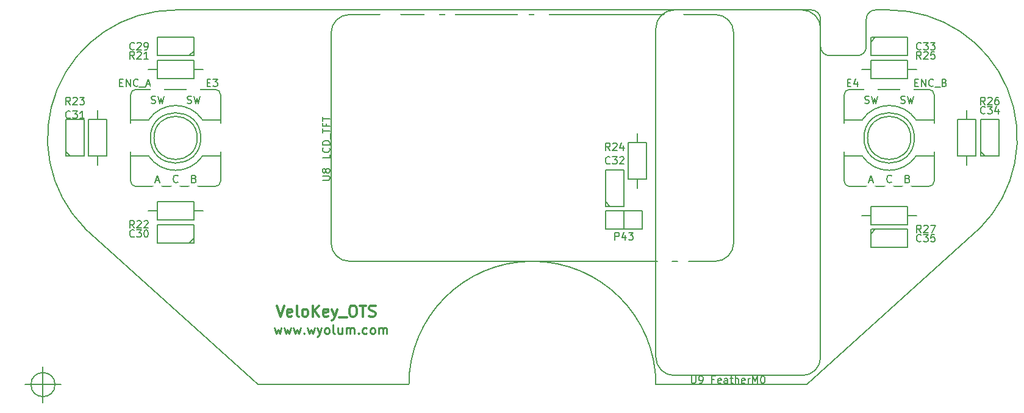
<source format=gto>
G04 #@! TF.FileFunction,Legend,Top*
%FSLAX46Y46*%
G04 Gerber Fmt 4.6, Leading zero omitted, Abs format (unit mm)*
G04 Created by KiCad (PCBNEW 4.0.1-3.201512221402+6198~38~ubuntu15.04.1-stable) date Fri Feb  5 12:20:29 2016*
%MOMM*%
G01*
G04 APERTURE LIST*
%ADD10C,0.101600*%
%ADD11C,0.152400*%
%ADD12C,0.254000*%
%ADD13C,0.304800*%
%ADD14C,0.150000*%
%ADD15O,2.432000X1.924000*%
%ADD16O,1.924000X2.432000*%
%ADD17O,1.924000X1.924000*%
%ADD18O,1.797000X1.797000*%
%ADD19C,3.810000*%
%ADD20C,4.572000*%
%ADD21R,2.432000X2.432000*%
%ADD22O,2.432000X2.432000*%
%ADD23C,1.901140*%
%ADD24C,2.398980*%
%ADD25C,1.924000*%
%ADD26C,4.100000*%
%ADD27O,2.813000X1.797000*%
%ADD28O,2.432000X1.797000*%
%ADD29C,2.400000*%
G04 APERTURE END LIST*
D10*
D11*
X1666666Y0D02*
G75*
G03X1666666Y0I-1666666J0D01*
G01*
X-2500000Y0D02*
X2500000Y0D01*
X0Y2500000D02*
X0Y-2500000D01*
D12*
X32143096Y7892143D02*
X32385000Y7045476D01*
X32626905Y7650238D01*
X32868810Y7045476D01*
X33110715Y7892143D01*
X33473572Y7892143D02*
X33715476Y7045476D01*
X33957381Y7650238D01*
X34199286Y7045476D01*
X34441191Y7892143D01*
X34804048Y7892143D02*
X35045952Y7045476D01*
X35287857Y7650238D01*
X35529762Y7045476D01*
X35771667Y7892143D01*
X36255476Y7166429D02*
X36315952Y7105952D01*
X36255476Y7045476D01*
X36195000Y7105952D01*
X36255476Y7166429D01*
X36255476Y7045476D01*
X36739286Y7892143D02*
X36981190Y7045476D01*
X37223095Y7650238D01*
X37465000Y7045476D01*
X37706905Y7892143D01*
X38069762Y7892143D02*
X38372143Y7045476D01*
X38674523Y7892143D02*
X38372143Y7045476D01*
X38251190Y6743095D01*
X38190714Y6682619D01*
X38069762Y6622143D01*
X39339762Y7045476D02*
X39218809Y7105952D01*
X39158333Y7166429D01*
X39097857Y7287381D01*
X39097857Y7650238D01*
X39158333Y7771190D01*
X39218809Y7831667D01*
X39339762Y7892143D01*
X39521190Y7892143D01*
X39642142Y7831667D01*
X39702619Y7771190D01*
X39763095Y7650238D01*
X39763095Y7287381D01*
X39702619Y7166429D01*
X39642142Y7105952D01*
X39521190Y7045476D01*
X39339762Y7045476D01*
X40488810Y7045476D02*
X40367857Y7105952D01*
X40307381Y7226905D01*
X40307381Y8315476D01*
X41516905Y7892143D02*
X41516905Y7045476D01*
X40972619Y7892143D02*
X40972619Y7226905D01*
X41033095Y7105952D01*
X41154048Y7045476D01*
X41335476Y7045476D01*
X41456428Y7105952D01*
X41516905Y7166429D01*
X42121667Y7045476D02*
X42121667Y7892143D01*
X42121667Y7771190D02*
X42182143Y7831667D01*
X42303096Y7892143D01*
X42484524Y7892143D01*
X42605476Y7831667D01*
X42665953Y7710714D01*
X42665953Y7045476D01*
X42665953Y7710714D02*
X42726429Y7831667D01*
X42847381Y7892143D01*
X43028810Y7892143D01*
X43149762Y7831667D01*
X43210238Y7710714D01*
X43210238Y7045476D01*
X43815000Y7166429D02*
X43875476Y7105952D01*
X43815000Y7045476D01*
X43754524Y7105952D01*
X43815000Y7166429D01*
X43815000Y7045476D01*
X44964048Y7105952D02*
X44843095Y7045476D01*
X44601191Y7045476D01*
X44480238Y7105952D01*
X44419762Y7166429D01*
X44359286Y7287381D01*
X44359286Y7650238D01*
X44419762Y7771190D01*
X44480238Y7831667D01*
X44601191Y7892143D01*
X44843095Y7892143D01*
X44964048Y7831667D01*
X45689762Y7045476D02*
X45568809Y7105952D01*
X45508333Y7166429D01*
X45447857Y7287381D01*
X45447857Y7650238D01*
X45508333Y7771190D01*
X45568809Y7831667D01*
X45689762Y7892143D01*
X45871190Y7892143D01*
X45992142Y7831667D01*
X46052619Y7771190D01*
X46113095Y7650238D01*
X46113095Y7287381D01*
X46052619Y7166429D01*
X45992142Y7105952D01*
X45871190Y7045476D01*
X45689762Y7045476D01*
X46657381Y7045476D02*
X46657381Y7892143D01*
X46657381Y7771190D02*
X46717857Y7831667D01*
X46838810Y7892143D01*
X47020238Y7892143D01*
X47141190Y7831667D01*
X47201667Y7710714D01*
X47201667Y7045476D01*
X47201667Y7710714D02*
X47262143Y7831667D01*
X47383095Y7892143D01*
X47564524Y7892143D01*
X47685476Y7831667D01*
X47745952Y7710714D01*
X47745952Y7045476D01*
D13*
X32439428Y10994571D02*
X32947428Y9470571D01*
X33455428Y10994571D01*
X34544000Y9543143D02*
X34398857Y9470571D01*
X34108571Y9470571D01*
X33963428Y9543143D01*
X33890857Y9688286D01*
X33890857Y10268857D01*
X33963428Y10414000D01*
X34108571Y10486571D01*
X34398857Y10486571D01*
X34544000Y10414000D01*
X34616571Y10268857D01*
X34616571Y10123714D01*
X33890857Y9978571D01*
X35487428Y9470571D02*
X35342286Y9543143D01*
X35269714Y9688286D01*
X35269714Y10994571D01*
X36285714Y9470571D02*
X36140572Y9543143D01*
X36068000Y9615714D01*
X35995429Y9760857D01*
X35995429Y10196286D01*
X36068000Y10341429D01*
X36140572Y10414000D01*
X36285714Y10486571D01*
X36503429Y10486571D01*
X36648572Y10414000D01*
X36721143Y10341429D01*
X36793714Y10196286D01*
X36793714Y9760857D01*
X36721143Y9615714D01*
X36648572Y9543143D01*
X36503429Y9470571D01*
X36285714Y9470571D01*
X37446857Y9470571D02*
X37446857Y10994571D01*
X38317714Y9470571D02*
X37664571Y10341429D01*
X38317714Y10994571D02*
X37446857Y10123714D01*
X39551429Y9543143D02*
X39406286Y9470571D01*
X39116000Y9470571D01*
X38970857Y9543143D01*
X38898286Y9688286D01*
X38898286Y10268857D01*
X38970857Y10414000D01*
X39116000Y10486571D01*
X39406286Y10486571D01*
X39551429Y10414000D01*
X39624000Y10268857D01*
X39624000Y10123714D01*
X38898286Y9978571D01*
X40132000Y10486571D02*
X40494857Y9470571D01*
X40857715Y10486571D02*
X40494857Y9470571D01*
X40349715Y9107714D01*
X40277143Y9035143D01*
X40132000Y8962571D01*
X41075429Y9325429D02*
X42236572Y9325429D01*
X42889715Y10994571D02*
X43180001Y10994571D01*
X43325143Y10922000D01*
X43470286Y10776857D01*
X43542858Y10486571D01*
X43542858Y9978571D01*
X43470286Y9688286D01*
X43325143Y9543143D01*
X43180001Y9470571D01*
X42889715Y9470571D01*
X42744572Y9543143D01*
X42599429Y9688286D01*
X42526858Y9978571D01*
X42526858Y10486571D01*
X42599429Y10776857D01*
X42744572Y10922000D01*
X42889715Y10994571D01*
X43978286Y10994571D02*
X44849143Y10994571D01*
X44413714Y9470571D02*
X44413714Y10994571D01*
X45284572Y9543143D02*
X45502286Y9470571D01*
X45865143Y9470571D01*
X46010286Y9543143D01*
X46082857Y9615714D01*
X46155429Y9760857D01*
X46155429Y9906000D01*
X46082857Y10051143D01*
X46010286Y10123714D01*
X45865143Y10196286D01*
X45574857Y10268857D01*
X45429715Y10341429D01*
X45357143Y10414000D01*
X45284572Y10559143D01*
X45284572Y10704286D01*
X45357143Y10849429D01*
X45429715Y10922000D01*
X45574857Y10994571D01*
X45937715Y10994571D01*
X46155429Y10922000D01*
D11*
X115570000Y52070000D02*
X117475000Y52070000D01*
X115570000Y52070000D02*
G75*
G03X114300000Y50800000I0J-1270000D01*
G01*
X107950000Y50800000D02*
G75*
G03X106680000Y52070000I-1270000J0D01*
G01*
X113030000Y45720000D02*
G75*
G03X114300000Y46990000I0J1270000D01*
G01*
X107950000Y46990000D02*
G75*
G03X109220000Y45720000I1270000J0D01*
G01*
X109220000Y45720000D02*
X113030000Y45720000D01*
X114300000Y46990000D02*
X114300000Y50800000D01*
X107950000Y50800000D02*
X107950000Y46990000D01*
X85090000Y0D02*
X106045000Y0D01*
X50800000Y0D02*
X29845000Y0D01*
X85090000Y0D02*
G75*
G03X67945000Y17145000I-17145000J0D01*
G01*
X67945000Y17145000D02*
G75*
G03X50800000Y0I0J-17145000D01*
G01*
X29845000Y0D02*
X5842000Y21717000D01*
X5842641Y21717641D02*
G75*
G02X18415000Y52070000I12572359J12572359D01*
G01*
X18415000Y52070000D02*
X106680000Y52070000D01*
X106045000Y0D02*
X130048000Y21717000D01*
X130047359Y21717641D02*
G75*
G03X117475000Y52070000I-12572359J12572359D01*
G01*
D14*
X80645000Y21590000D02*
X80645000Y24130000D01*
X83185000Y21590000D02*
X83185000Y24130000D01*
X83185000Y24130000D02*
X80645000Y24130000D01*
X80645000Y24130000D02*
X78105000Y24130000D01*
X78105000Y24130000D02*
X78105000Y21590000D01*
X78105000Y21590000D02*
X83185000Y21590000D01*
X114985800Y21590000D02*
X120015000Y21590000D01*
X120015000Y21590000D02*
X120015000Y19050000D01*
X120015000Y19050000D02*
X114935000Y19050000D01*
X114935000Y19050000D02*
X114935000Y21590000D01*
X114935000Y20955000D02*
X115570000Y21590000D01*
X130175000Y31800800D02*
X130175000Y36830000D01*
X130175000Y36830000D02*
X132715000Y36830000D01*
X132715000Y36830000D02*
X132715000Y31750000D01*
X132715000Y31750000D02*
X130175000Y31750000D01*
X130810000Y31750000D02*
X130175000Y32385000D01*
X114985800Y48260000D02*
X120015000Y48260000D01*
X120015000Y48260000D02*
X120015000Y45720000D01*
X120015000Y45720000D02*
X114935000Y45720000D01*
X114935000Y45720000D02*
X114935000Y48260000D01*
X114935000Y47625000D02*
X115570000Y48260000D01*
X78105000Y24815800D02*
X78105000Y29845000D01*
X78105000Y29845000D02*
X80645000Y29845000D01*
X80645000Y29845000D02*
X80645000Y24765000D01*
X80645000Y24765000D02*
X78105000Y24765000D01*
X78740000Y24765000D02*
X78105000Y25400000D01*
X3175000Y31800800D02*
X3175000Y36830000D01*
X3175000Y36830000D02*
X5715000Y36830000D01*
X5715000Y36830000D02*
X5715000Y31750000D01*
X5715000Y31750000D02*
X3175000Y31750000D01*
X3810000Y31750000D02*
X3175000Y32385000D01*
X20904200Y19685000D02*
X15875000Y19685000D01*
X15875000Y19685000D02*
X15875000Y22225000D01*
X15875000Y22225000D02*
X20955000Y22225000D01*
X20955000Y22225000D02*
X20955000Y19685000D01*
X20955000Y20320000D02*
X20320000Y19685000D01*
X20904200Y45720000D02*
X15875000Y45720000D01*
X15875000Y45720000D02*
X15875000Y48260000D01*
X15875000Y48260000D02*
X20955000Y48260000D01*
X20955000Y48260000D02*
X20955000Y45720000D01*
X20955000Y46355000D02*
X20320000Y45720000D01*
X120015000Y22225000D02*
X114935000Y22225000D01*
X114935000Y22225000D02*
X114935000Y24765000D01*
X114935000Y24765000D02*
X120015000Y24765000D01*
X120015000Y24765000D02*
X120015000Y22225000D01*
X120015000Y23495000D02*
X121285000Y23495000D01*
X114935000Y23495000D02*
X113665000Y23495000D01*
X129540000Y36830000D02*
X129540000Y31750000D01*
X129540000Y31750000D02*
X127000000Y31750000D01*
X127000000Y31750000D02*
X127000000Y36830000D01*
X127000000Y36830000D02*
X129540000Y36830000D01*
X128270000Y36830000D02*
X128270000Y38100000D01*
X128270000Y31750000D02*
X128270000Y30480000D01*
X120015000Y42545000D02*
X114935000Y42545000D01*
X114935000Y42545000D02*
X114935000Y45085000D01*
X114935000Y45085000D02*
X120015000Y45085000D01*
X120015000Y45085000D02*
X120015000Y42545000D01*
X120015000Y43815000D02*
X121285000Y43815000D01*
X114935000Y43815000D02*
X113665000Y43815000D01*
X83820000Y33655000D02*
X83820000Y28575000D01*
X83820000Y28575000D02*
X81280000Y28575000D01*
X81280000Y28575000D02*
X81280000Y33655000D01*
X81280000Y33655000D02*
X83820000Y33655000D01*
X82550000Y33655000D02*
X82550000Y34925000D01*
X82550000Y28575000D02*
X82550000Y27305000D01*
X8890000Y36830000D02*
X8890000Y31750000D01*
X8890000Y31750000D02*
X6350000Y31750000D01*
X6350000Y31750000D02*
X6350000Y36830000D01*
X6350000Y36830000D02*
X8890000Y36830000D01*
X7620000Y36830000D02*
X7620000Y38100000D01*
X7620000Y31750000D02*
X7620000Y30480000D01*
X15875000Y25400000D02*
X20955000Y25400000D01*
X20955000Y25400000D02*
X20955000Y22860000D01*
X20955000Y22860000D02*
X15875000Y22860000D01*
X15875000Y22860000D02*
X15875000Y25400000D01*
X15875000Y24130000D02*
X14605000Y24130000D01*
X20955000Y24130000D02*
X22225000Y24130000D01*
X15875000Y45085000D02*
X20955000Y45085000D01*
X20955000Y45085000D02*
X20955000Y42545000D01*
X20955000Y42545000D02*
X15875000Y42545000D01*
X15875000Y42545000D02*
X15875000Y45085000D01*
X15875000Y43815000D02*
X14605000Y43815000D01*
X20955000Y43815000D02*
X22225000Y43815000D01*
X111975000Y27540000D02*
X122975000Y27540000D01*
X123725000Y28290000D02*
X123725000Y40290000D01*
X111225000Y40290000D02*
X111225000Y28290000D01*
X122975000Y41040000D02*
X111975000Y41040000D01*
X111975000Y41040000D02*
G75*
G03X111225000Y40290000I0J-750000D01*
G01*
X111225000Y28290000D02*
G75*
G03X111975000Y27540000I750000J0D01*
G01*
X122975000Y27540000D02*
G75*
G03X123725000Y28290000I0J750000D01*
G01*
X123725000Y40290000D02*
G75*
G03X122975000Y41040000I-750000J0D01*
G01*
X121225000Y36790000D02*
X123725000Y36790000D01*
X113725000Y36790000D02*
X111225000Y36790000D01*
X113725000Y31790000D02*
X111225000Y31790000D01*
X121225000Y31790000D02*
X123725000Y31790000D01*
X113725000Y31790000D02*
G75*
G03X121225000Y31790000I3750000J2500000D01*
G01*
X121225000Y36790000D02*
G75*
G03X113725000Y36790000I-3750000J-2500000D01*
G01*
X120975000Y34290000D02*
G75*
G03X120975000Y34290000I-3500000J0D01*
G01*
X120475000Y34290000D02*
G75*
G03X120475000Y34290000I-3000000J0D01*
G01*
X12915000Y27540000D02*
X23915000Y27540000D01*
X24665000Y28290000D02*
X24665000Y40290000D01*
X12165000Y40290000D02*
X12165000Y28290000D01*
X23915000Y41040000D02*
X12915000Y41040000D01*
X12915000Y41040000D02*
G75*
G03X12165000Y40290000I0J-750000D01*
G01*
X12165000Y28290000D02*
G75*
G03X12915000Y27540000I750000J0D01*
G01*
X23915000Y27540000D02*
G75*
G03X24665000Y28290000I0J750000D01*
G01*
X24665000Y40290000D02*
G75*
G03X23915000Y41040000I-750000J0D01*
G01*
X22165000Y36790000D02*
X24665000Y36790000D01*
X14665000Y36790000D02*
X12165000Y36790000D01*
X14665000Y31790000D02*
X12165000Y31790000D01*
X22165000Y31790000D02*
X24665000Y31790000D01*
X14665000Y31790000D02*
G75*
G03X22165000Y31790000I3750000J2500000D01*
G01*
X22165000Y36790000D02*
G75*
G03X14665000Y36790000I-3750000J-2500000D01*
G01*
X21915000Y34290000D02*
G75*
G03X21915000Y34290000I-3500000J0D01*
G01*
X21415000Y34290000D02*
G75*
G03X21415000Y34290000I-3000000J0D01*
G01*
X95885000Y19685000D02*
X95885000Y48895000D01*
X42545000Y17145000D02*
X93345000Y17145000D01*
X40005000Y48895000D02*
X40005000Y19685000D01*
X93345000Y51435000D02*
X42545000Y51435000D01*
X40005000Y19685000D02*
G75*
G03X42545000Y17145000I2540000J0D01*
G01*
X93345000Y17145000D02*
G75*
G03X95885000Y19685000I0J2540000D01*
G01*
X95885000Y48895000D02*
G75*
G03X93345000Y51435000I-2540000J0D01*
G01*
X42545000Y51435000D02*
G75*
G03X40005000Y48895000I0J-2540000D01*
G01*
X87630000Y1270000D02*
X105410000Y1270000D01*
X85090000Y49530000D02*
X85090000Y3810000D01*
X105410000Y52070000D02*
X87630000Y52070000D01*
X107950000Y3810000D02*
X107950000Y49530000D01*
X107950000Y49530000D02*
G75*
G03X105410000Y52070000I-2540000J0D01*
G01*
X87630000Y52070000D02*
G75*
G03X85090000Y49530000I0J-2540000D01*
G01*
X85090000Y3810000D02*
G75*
G03X87630000Y1270000I2540000J0D01*
G01*
X105410000Y1270000D02*
G75*
G03X107950000Y3810000I0J2540000D01*
G01*
D11*
X79411286Y20114381D02*
X79411286Y21130381D01*
X79798333Y21130381D01*
X79895095Y21082000D01*
X79943476Y21033619D01*
X79991857Y20936857D01*
X79991857Y20791714D01*
X79943476Y20694952D01*
X79895095Y20646571D01*
X79798333Y20598190D01*
X79411286Y20598190D01*
X80862714Y20791714D02*
X80862714Y20114381D01*
X80620810Y21178762D02*
X80378905Y20453048D01*
X81007857Y20453048D01*
X81298143Y21130381D02*
X81927095Y21130381D01*
X81588429Y20743333D01*
X81733571Y20743333D01*
X81830333Y20694952D01*
X81878714Y20646571D01*
X81927095Y20549810D01*
X81927095Y20307905D01*
X81878714Y20211143D01*
X81830333Y20162762D01*
X81733571Y20114381D01*
X81443286Y20114381D01*
X81346524Y20162762D01*
X81298143Y20211143D01*
X121901857Y19957143D02*
X121853476Y19908762D01*
X121708333Y19860381D01*
X121611571Y19860381D01*
X121466429Y19908762D01*
X121369667Y20005524D01*
X121321286Y20102286D01*
X121272905Y20295810D01*
X121272905Y20440952D01*
X121321286Y20634476D01*
X121369667Y20731238D01*
X121466429Y20828000D01*
X121611571Y20876381D01*
X121708333Y20876381D01*
X121853476Y20828000D01*
X121901857Y20779619D01*
X122240524Y20876381D02*
X122869476Y20876381D01*
X122530810Y20489333D01*
X122675952Y20489333D01*
X122772714Y20440952D01*
X122821095Y20392571D01*
X122869476Y20295810D01*
X122869476Y20053905D01*
X122821095Y19957143D01*
X122772714Y19908762D01*
X122675952Y19860381D01*
X122385667Y19860381D01*
X122288905Y19908762D01*
X122240524Y19957143D01*
X123788714Y20876381D02*
X123304905Y20876381D01*
X123256524Y20392571D01*
X123304905Y20440952D01*
X123401667Y20489333D01*
X123643571Y20489333D01*
X123740333Y20440952D01*
X123788714Y20392571D01*
X123837095Y20295810D01*
X123837095Y20053905D01*
X123788714Y19957143D01*
X123740333Y19908762D01*
X123643571Y19860381D01*
X123401667Y19860381D01*
X123304905Y19908762D01*
X123256524Y19957143D01*
X130791857Y37737143D02*
X130743476Y37688762D01*
X130598333Y37640381D01*
X130501571Y37640381D01*
X130356429Y37688762D01*
X130259667Y37785524D01*
X130211286Y37882286D01*
X130162905Y38075810D01*
X130162905Y38220952D01*
X130211286Y38414476D01*
X130259667Y38511238D01*
X130356429Y38608000D01*
X130501571Y38656381D01*
X130598333Y38656381D01*
X130743476Y38608000D01*
X130791857Y38559619D01*
X131130524Y38656381D02*
X131759476Y38656381D01*
X131420810Y38269333D01*
X131565952Y38269333D01*
X131662714Y38220952D01*
X131711095Y38172571D01*
X131759476Y38075810D01*
X131759476Y37833905D01*
X131711095Y37737143D01*
X131662714Y37688762D01*
X131565952Y37640381D01*
X131275667Y37640381D01*
X131178905Y37688762D01*
X131130524Y37737143D01*
X132630333Y38317714D02*
X132630333Y37640381D01*
X132388429Y38704762D02*
X132146524Y37979048D01*
X132775476Y37979048D01*
X121901857Y46627143D02*
X121853476Y46578762D01*
X121708333Y46530381D01*
X121611571Y46530381D01*
X121466429Y46578762D01*
X121369667Y46675524D01*
X121321286Y46772286D01*
X121272905Y46965810D01*
X121272905Y47110952D01*
X121321286Y47304476D01*
X121369667Y47401238D01*
X121466429Y47498000D01*
X121611571Y47546381D01*
X121708333Y47546381D01*
X121853476Y47498000D01*
X121901857Y47449619D01*
X122240524Y47546381D02*
X122869476Y47546381D01*
X122530810Y47159333D01*
X122675952Y47159333D01*
X122772714Y47110952D01*
X122821095Y47062571D01*
X122869476Y46965810D01*
X122869476Y46723905D01*
X122821095Y46627143D01*
X122772714Y46578762D01*
X122675952Y46530381D01*
X122385667Y46530381D01*
X122288905Y46578762D01*
X122240524Y46627143D01*
X123208143Y47546381D02*
X123837095Y47546381D01*
X123498429Y47159333D01*
X123643571Y47159333D01*
X123740333Y47110952D01*
X123788714Y47062571D01*
X123837095Y46965810D01*
X123837095Y46723905D01*
X123788714Y46627143D01*
X123740333Y46578762D01*
X123643571Y46530381D01*
X123353286Y46530381D01*
X123256524Y46578762D01*
X123208143Y46627143D01*
X78721857Y30752143D02*
X78673476Y30703762D01*
X78528333Y30655381D01*
X78431571Y30655381D01*
X78286429Y30703762D01*
X78189667Y30800524D01*
X78141286Y30897286D01*
X78092905Y31090810D01*
X78092905Y31235952D01*
X78141286Y31429476D01*
X78189667Y31526238D01*
X78286429Y31623000D01*
X78431571Y31671381D01*
X78528333Y31671381D01*
X78673476Y31623000D01*
X78721857Y31574619D01*
X79060524Y31671381D02*
X79689476Y31671381D01*
X79350810Y31284333D01*
X79495952Y31284333D01*
X79592714Y31235952D01*
X79641095Y31187571D01*
X79689476Y31090810D01*
X79689476Y30848905D01*
X79641095Y30752143D01*
X79592714Y30703762D01*
X79495952Y30655381D01*
X79205667Y30655381D01*
X79108905Y30703762D01*
X79060524Y30752143D01*
X80076524Y31574619D02*
X80124905Y31623000D01*
X80221667Y31671381D01*
X80463571Y31671381D01*
X80560333Y31623000D01*
X80608714Y31574619D01*
X80657095Y31477857D01*
X80657095Y31381095D01*
X80608714Y31235952D01*
X80028143Y30655381D01*
X80657095Y30655381D01*
X3791857Y37102143D02*
X3743476Y37053762D01*
X3598333Y37005381D01*
X3501571Y37005381D01*
X3356429Y37053762D01*
X3259667Y37150524D01*
X3211286Y37247286D01*
X3162905Y37440810D01*
X3162905Y37585952D01*
X3211286Y37779476D01*
X3259667Y37876238D01*
X3356429Y37973000D01*
X3501571Y38021381D01*
X3598333Y38021381D01*
X3743476Y37973000D01*
X3791857Y37924619D01*
X4130524Y38021381D02*
X4759476Y38021381D01*
X4420810Y37634333D01*
X4565952Y37634333D01*
X4662714Y37585952D01*
X4711095Y37537571D01*
X4759476Y37440810D01*
X4759476Y37198905D01*
X4711095Y37102143D01*
X4662714Y37053762D01*
X4565952Y37005381D01*
X4275667Y37005381D01*
X4178905Y37053762D01*
X4130524Y37102143D01*
X5727095Y37005381D02*
X5146524Y37005381D01*
X5436810Y37005381D02*
X5436810Y38021381D01*
X5340048Y37876238D01*
X5243286Y37779476D01*
X5146524Y37731095D01*
X12681857Y20592143D02*
X12633476Y20543762D01*
X12488333Y20495381D01*
X12391571Y20495381D01*
X12246429Y20543762D01*
X12149667Y20640524D01*
X12101286Y20737286D01*
X12052905Y20930810D01*
X12052905Y21075952D01*
X12101286Y21269476D01*
X12149667Y21366238D01*
X12246429Y21463000D01*
X12391571Y21511381D01*
X12488333Y21511381D01*
X12633476Y21463000D01*
X12681857Y21414619D01*
X13020524Y21511381D02*
X13649476Y21511381D01*
X13310810Y21124333D01*
X13455952Y21124333D01*
X13552714Y21075952D01*
X13601095Y21027571D01*
X13649476Y20930810D01*
X13649476Y20688905D01*
X13601095Y20592143D01*
X13552714Y20543762D01*
X13455952Y20495381D01*
X13165667Y20495381D01*
X13068905Y20543762D01*
X13020524Y20592143D01*
X14278429Y21511381D02*
X14375190Y21511381D01*
X14471952Y21463000D01*
X14520333Y21414619D01*
X14568714Y21317857D01*
X14617095Y21124333D01*
X14617095Y20882429D01*
X14568714Y20688905D01*
X14520333Y20592143D01*
X14471952Y20543762D01*
X14375190Y20495381D01*
X14278429Y20495381D01*
X14181667Y20543762D01*
X14133286Y20592143D01*
X14084905Y20688905D01*
X14036524Y20882429D01*
X14036524Y21124333D01*
X14084905Y21317857D01*
X14133286Y21414619D01*
X14181667Y21463000D01*
X14278429Y21511381D01*
X12681857Y46627143D02*
X12633476Y46578762D01*
X12488333Y46530381D01*
X12391571Y46530381D01*
X12246429Y46578762D01*
X12149667Y46675524D01*
X12101286Y46772286D01*
X12052905Y46965810D01*
X12052905Y47110952D01*
X12101286Y47304476D01*
X12149667Y47401238D01*
X12246429Y47498000D01*
X12391571Y47546381D01*
X12488333Y47546381D01*
X12633476Y47498000D01*
X12681857Y47449619D01*
X13068905Y47449619D02*
X13117286Y47498000D01*
X13214048Y47546381D01*
X13455952Y47546381D01*
X13552714Y47498000D01*
X13601095Y47449619D01*
X13649476Y47352857D01*
X13649476Y47256095D01*
X13601095Y47110952D01*
X13020524Y46530381D01*
X13649476Y46530381D01*
X14133286Y46530381D02*
X14326810Y46530381D01*
X14423571Y46578762D01*
X14471952Y46627143D01*
X14568714Y46772286D01*
X14617095Y46965810D01*
X14617095Y47352857D01*
X14568714Y47449619D01*
X14520333Y47498000D01*
X14423571Y47546381D01*
X14230048Y47546381D01*
X14133286Y47498000D01*
X14084905Y47449619D01*
X14036524Y47352857D01*
X14036524Y47110952D01*
X14084905Y47014190D01*
X14133286Y46965810D01*
X14230048Y46917429D01*
X14423571Y46917429D01*
X14520333Y46965810D01*
X14568714Y47014190D01*
X14617095Y47110952D01*
X121901857Y21130381D02*
X121563191Y21614190D01*
X121321286Y21130381D02*
X121321286Y22146381D01*
X121708333Y22146381D01*
X121805095Y22098000D01*
X121853476Y22049619D01*
X121901857Y21952857D01*
X121901857Y21807714D01*
X121853476Y21710952D01*
X121805095Y21662571D01*
X121708333Y21614190D01*
X121321286Y21614190D01*
X122288905Y22049619D02*
X122337286Y22098000D01*
X122434048Y22146381D01*
X122675952Y22146381D01*
X122772714Y22098000D01*
X122821095Y22049619D01*
X122869476Y21952857D01*
X122869476Y21856095D01*
X122821095Y21710952D01*
X122240524Y21130381D01*
X122869476Y21130381D01*
X123208143Y22146381D02*
X123885476Y22146381D01*
X123450048Y21130381D01*
X130791857Y38910381D02*
X130453191Y39394190D01*
X130211286Y38910381D02*
X130211286Y39926381D01*
X130598333Y39926381D01*
X130695095Y39878000D01*
X130743476Y39829619D01*
X130791857Y39732857D01*
X130791857Y39587714D01*
X130743476Y39490952D01*
X130695095Y39442571D01*
X130598333Y39394190D01*
X130211286Y39394190D01*
X131178905Y39829619D02*
X131227286Y39878000D01*
X131324048Y39926381D01*
X131565952Y39926381D01*
X131662714Y39878000D01*
X131711095Y39829619D01*
X131759476Y39732857D01*
X131759476Y39636095D01*
X131711095Y39490952D01*
X131130524Y38910381D01*
X131759476Y38910381D01*
X132630333Y39926381D02*
X132436810Y39926381D01*
X132340048Y39878000D01*
X132291667Y39829619D01*
X132194905Y39684476D01*
X132146524Y39490952D01*
X132146524Y39103905D01*
X132194905Y39007143D01*
X132243286Y38958762D01*
X132340048Y38910381D01*
X132533571Y38910381D01*
X132630333Y38958762D01*
X132678714Y39007143D01*
X132727095Y39103905D01*
X132727095Y39345810D01*
X132678714Y39442571D01*
X132630333Y39490952D01*
X132533571Y39539333D01*
X132340048Y39539333D01*
X132243286Y39490952D01*
X132194905Y39442571D01*
X132146524Y39345810D01*
X121901857Y45260381D02*
X121563191Y45744190D01*
X121321286Y45260381D02*
X121321286Y46276381D01*
X121708333Y46276381D01*
X121805095Y46228000D01*
X121853476Y46179619D01*
X121901857Y46082857D01*
X121901857Y45937714D01*
X121853476Y45840952D01*
X121805095Y45792571D01*
X121708333Y45744190D01*
X121321286Y45744190D01*
X122288905Y46179619D02*
X122337286Y46228000D01*
X122434048Y46276381D01*
X122675952Y46276381D01*
X122772714Y46228000D01*
X122821095Y46179619D01*
X122869476Y46082857D01*
X122869476Y45986095D01*
X122821095Y45840952D01*
X122240524Y45260381D01*
X122869476Y45260381D01*
X123788714Y46276381D02*
X123304905Y46276381D01*
X123256524Y45792571D01*
X123304905Y45840952D01*
X123401667Y45889333D01*
X123643571Y45889333D01*
X123740333Y45840952D01*
X123788714Y45792571D01*
X123837095Y45695810D01*
X123837095Y45453905D01*
X123788714Y45357143D01*
X123740333Y45308762D01*
X123643571Y45260381D01*
X123401667Y45260381D01*
X123304905Y45308762D01*
X123256524Y45357143D01*
X78721857Y32560381D02*
X78383191Y33044190D01*
X78141286Y32560381D02*
X78141286Y33576381D01*
X78528333Y33576381D01*
X78625095Y33528000D01*
X78673476Y33479619D01*
X78721857Y33382857D01*
X78721857Y33237714D01*
X78673476Y33140952D01*
X78625095Y33092571D01*
X78528333Y33044190D01*
X78141286Y33044190D01*
X79108905Y33479619D02*
X79157286Y33528000D01*
X79254048Y33576381D01*
X79495952Y33576381D01*
X79592714Y33528000D01*
X79641095Y33479619D01*
X79689476Y33382857D01*
X79689476Y33286095D01*
X79641095Y33140952D01*
X79060524Y32560381D01*
X79689476Y32560381D01*
X80560333Y33237714D02*
X80560333Y32560381D01*
X80318429Y33624762D02*
X80076524Y32899048D01*
X80705476Y32899048D01*
X3791857Y38910381D02*
X3453191Y39394190D01*
X3211286Y38910381D02*
X3211286Y39926381D01*
X3598333Y39926381D01*
X3695095Y39878000D01*
X3743476Y39829619D01*
X3791857Y39732857D01*
X3791857Y39587714D01*
X3743476Y39490952D01*
X3695095Y39442571D01*
X3598333Y39394190D01*
X3211286Y39394190D01*
X4178905Y39829619D02*
X4227286Y39878000D01*
X4324048Y39926381D01*
X4565952Y39926381D01*
X4662714Y39878000D01*
X4711095Y39829619D01*
X4759476Y39732857D01*
X4759476Y39636095D01*
X4711095Y39490952D01*
X4130524Y38910381D01*
X4759476Y38910381D01*
X5098143Y39926381D02*
X5727095Y39926381D01*
X5388429Y39539333D01*
X5533571Y39539333D01*
X5630333Y39490952D01*
X5678714Y39442571D01*
X5727095Y39345810D01*
X5727095Y39103905D01*
X5678714Y39007143D01*
X5630333Y38958762D01*
X5533571Y38910381D01*
X5243286Y38910381D01*
X5146524Y38958762D01*
X5098143Y39007143D01*
X12681857Y21765381D02*
X12343191Y22249190D01*
X12101286Y21765381D02*
X12101286Y22781381D01*
X12488333Y22781381D01*
X12585095Y22733000D01*
X12633476Y22684619D01*
X12681857Y22587857D01*
X12681857Y22442714D01*
X12633476Y22345952D01*
X12585095Y22297571D01*
X12488333Y22249190D01*
X12101286Y22249190D01*
X13068905Y22684619D02*
X13117286Y22733000D01*
X13214048Y22781381D01*
X13455952Y22781381D01*
X13552714Y22733000D01*
X13601095Y22684619D01*
X13649476Y22587857D01*
X13649476Y22491095D01*
X13601095Y22345952D01*
X13020524Y21765381D01*
X13649476Y21765381D01*
X14036524Y22684619D02*
X14084905Y22733000D01*
X14181667Y22781381D01*
X14423571Y22781381D01*
X14520333Y22733000D01*
X14568714Y22684619D01*
X14617095Y22587857D01*
X14617095Y22491095D01*
X14568714Y22345952D01*
X13988143Y21765381D01*
X14617095Y21765381D01*
X12681857Y45260381D02*
X12343191Y45744190D01*
X12101286Y45260381D02*
X12101286Y46276381D01*
X12488333Y46276381D01*
X12585095Y46228000D01*
X12633476Y46179619D01*
X12681857Y46082857D01*
X12681857Y45937714D01*
X12633476Y45840952D01*
X12585095Y45792571D01*
X12488333Y45744190D01*
X12101286Y45744190D01*
X13068905Y46179619D02*
X13117286Y46228000D01*
X13214048Y46276381D01*
X13455952Y46276381D01*
X13552714Y46228000D01*
X13601095Y46179619D01*
X13649476Y46082857D01*
X13649476Y45986095D01*
X13601095Y45840952D01*
X13020524Y45260381D01*
X13649476Y45260381D01*
X14617095Y45260381D02*
X14036524Y45260381D01*
X14326810Y45260381D02*
X14326810Y46276381D01*
X14230048Y46131238D01*
X14133286Y46034476D01*
X14036524Y45986095D01*
X111693477Y41982571D02*
X112032143Y41982571D01*
X112177286Y41450381D02*
X111693477Y41450381D01*
X111693477Y42466381D01*
X112177286Y42466381D01*
X113048143Y42127714D02*
X113048143Y41450381D01*
X112806239Y42514762D02*
X112564334Y41789048D01*
X113193286Y41789048D01*
X121037048Y41982571D02*
X121375714Y41982571D01*
X121520857Y41450381D02*
X121037048Y41450381D01*
X121037048Y42466381D01*
X121520857Y42466381D01*
X121956286Y41450381D02*
X121956286Y42466381D01*
X122536857Y41450381D01*
X122536857Y42466381D01*
X123601238Y41547143D02*
X123552857Y41498762D01*
X123407714Y41450381D01*
X123310952Y41450381D01*
X123165810Y41498762D01*
X123069048Y41595524D01*
X123020667Y41692286D01*
X122972286Y41885810D01*
X122972286Y42030952D01*
X123020667Y42224476D01*
X123069048Y42321238D01*
X123165810Y42418000D01*
X123310952Y42466381D01*
X123407714Y42466381D01*
X123552857Y42418000D01*
X123601238Y42369619D01*
X123794762Y41353619D02*
X124568857Y41353619D01*
X125149428Y41982571D02*
X125294571Y41934190D01*
X125342952Y41885810D01*
X125391333Y41789048D01*
X125391333Y41643905D01*
X125342952Y41547143D01*
X125294571Y41498762D01*
X125197809Y41450381D01*
X124810762Y41450381D01*
X124810762Y42466381D01*
X125149428Y42466381D01*
X125246190Y42418000D01*
X125294571Y42369619D01*
X125342952Y42272857D01*
X125342952Y42176095D01*
X125294571Y42079333D01*
X125246190Y42030952D01*
X125149428Y41982571D01*
X124810762Y41982571D01*
X117789476Y28177143D02*
X117741095Y28128762D01*
X117595952Y28080381D01*
X117499190Y28080381D01*
X117354048Y28128762D01*
X117257286Y28225524D01*
X117208905Y28322286D01*
X117160524Y28515810D01*
X117160524Y28660952D01*
X117208905Y28854476D01*
X117257286Y28951238D01*
X117354048Y29048000D01*
X117499190Y29096381D01*
X117595952Y29096381D01*
X117741095Y29048000D01*
X117789476Y28999619D01*
X114733096Y28370667D02*
X115216905Y28370667D01*
X114636334Y28080381D02*
X114975001Y29096381D01*
X115313667Y28080381D01*
X120047571Y28612571D02*
X120192714Y28564190D01*
X120241095Y28515810D01*
X120289476Y28419048D01*
X120289476Y28273905D01*
X120241095Y28177143D01*
X120192714Y28128762D01*
X120095952Y28080381D01*
X119708905Y28080381D01*
X119708905Y29096381D01*
X120047571Y29096381D01*
X120144333Y29048000D01*
X120192714Y28999619D01*
X120241095Y28902857D01*
X120241095Y28806095D01*
X120192714Y28709333D01*
X120144333Y28660952D01*
X120047571Y28612571D01*
X119708905Y28612571D01*
X114104143Y39128762D02*
X114249286Y39080381D01*
X114491190Y39080381D01*
X114587952Y39128762D01*
X114636333Y39177143D01*
X114684714Y39273905D01*
X114684714Y39370667D01*
X114636333Y39467429D01*
X114587952Y39515810D01*
X114491190Y39564190D01*
X114297667Y39612571D01*
X114200905Y39660952D01*
X114152524Y39709333D01*
X114104143Y39806095D01*
X114104143Y39902857D01*
X114152524Y39999619D01*
X114200905Y40048000D01*
X114297667Y40096381D01*
X114539571Y40096381D01*
X114684714Y40048000D01*
X115023381Y40096381D02*
X115265286Y39080381D01*
X115458809Y39806095D01*
X115652333Y39080381D01*
X115894238Y40096381D01*
X119104143Y39128762D02*
X119249286Y39080381D01*
X119491190Y39080381D01*
X119587952Y39128762D01*
X119636333Y39177143D01*
X119684714Y39273905D01*
X119684714Y39370667D01*
X119636333Y39467429D01*
X119587952Y39515810D01*
X119491190Y39564190D01*
X119297667Y39612571D01*
X119200905Y39660952D01*
X119152524Y39709333D01*
X119104143Y39806095D01*
X119104143Y39902857D01*
X119152524Y39999619D01*
X119200905Y40048000D01*
X119297667Y40096381D01*
X119539571Y40096381D01*
X119684714Y40048000D01*
X120023381Y40096381D02*
X120265286Y39080381D01*
X120458809Y39806095D01*
X120652333Y39080381D01*
X120894238Y40096381D01*
X22793477Y41982571D02*
X23132143Y41982571D01*
X23277286Y41450381D02*
X22793477Y41450381D01*
X22793477Y42466381D01*
X23277286Y42466381D01*
X23615953Y42466381D02*
X24244905Y42466381D01*
X23906239Y42079333D01*
X24051381Y42079333D01*
X24148143Y42030952D01*
X24196524Y41982571D01*
X24244905Y41885810D01*
X24244905Y41643905D01*
X24196524Y41547143D01*
X24148143Y41498762D01*
X24051381Y41450381D01*
X23761096Y41450381D01*
X23664334Y41498762D01*
X23615953Y41547143D01*
X10619620Y41982571D02*
X10958286Y41982571D01*
X11103429Y41450381D02*
X10619620Y41450381D01*
X10619620Y42466381D01*
X11103429Y42466381D01*
X11538858Y41450381D02*
X11538858Y42466381D01*
X12119429Y41450381D01*
X12119429Y42466381D01*
X13183810Y41547143D02*
X13135429Y41498762D01*
X12990286Y41450381D01*
X12893524Y41450381D01*
X12748382Y41498762D01*
X12651620Y41595524D01*
X12603239Y41692286D01*
X12554858Y41885810D01*
X12554858Y42030952D01*
X12603239Y42224476D01*
X12651620Y42321238D01*
X12748382Y42418000D01*
X12893524Y42466381D01*
X12990286Y42466381D01*
X13135429Y42418000D01*
X13183810Y42369619D01*
X13377334Y41353619D02*
X14151429Y41353619D01*
X14344953Y41740667D02*
X14828762Y41740667D01*
X14248191Y41450381D02*
X14586858Y42466381D01*
X14925524Y41450381D01*
X18729476Y28177143D02*
X18681095Y28128762D01*
X18535952Y28080381D01*
X18439190Y28080381D01*
X18294048Y28128762D01*
X18197286Y28225524D01*
X18148905Y28322286D01*
X18100524Y28515810D01*
X18100524Y28660952D01*
X18148905Y28854476D01*
X18197286Y28951238D01*
X18294048Y29048000D01*
X18439190Y29096381D01*
X18535952Y29096381D01*
X18681095Y29048000D01*
X18729476Y28999619D01*
X15673096Y28370667D02*
X16156905Y28370667D01*
X15576334Y28080381D02*
X15915001Y29096381D01*
X16253667Y28080381D01*
X20987571Y28612571D02*
X21132714Y28564190D01*
X21181095Y28515810D01*
X21229476Y28419048D01*
X21229476Y28273905D01*
X21181095Y28177143D01*
X21132714Y28128762D01*
X21035952Y28080381D01*
X20648905Y28080381D01*
X20648905Y29096381D01*
X20987571Y29096381D01*
X21084333Y29048000D01*
X21132714Y28999619D01*
X21181095Y28902857D01*
X21181095Y28806095D01*
X21132714Y28709333D01*
X21084333Y28660952D01*
X20987571Y28612571D01*
X20648905Y28612571D01*
X15044143Y39128762D02*
X15189286Y39080381D01*
X15431190Y39080381D01*
X15527952Y39128762D01*
X15576333Y39177143D01*
X15624714Y39273905D01*
X15624714Y39370667D01*
X15576333Y39467429D01*
X15527952Y39515810D01*
X15431190Y39564190D01*
X15237667Y39612571D01*
X15140905Y39660952D01*
X15092524Y39709333D01*
X15044143Y39806095D01*
X15044143Y39902857D01*
X15092524Y39999619D01*
X15140905Y40048000D01*
X15237667Y40096381D01*
X15479571Y40096381D01*
X15624714Y40048000D01*
X15963381Y40096381D02*
X16205286Y39080381D01*
X16398809Y39806095D01*
X16592333Y39080381D01*
X16834238Y40096381D01*
X20044143Y39128762D02*
X20189286Y39080381D01*
X20431190Y39080381D01*
X20527952Y39128762D01*
X20576333Y39177143D01*
X20624714Y39273905D01*
X20624714Y39370667D01*
X20576333Y39467429D01*
X20527952Y39515810D01*
X20431190Y39564190D01*
X20237667Y39612571D01*
X20140905Y39660952D01*
X20092524Y39709333D01*
X20044143Y39806095D01*
X20044143Y39902857D01*
X20092524Y39999619D01*
X20140905Y40048000D01*
X20237667Y40096381D01*
X20479571Y40096381D01*
X20624714Y40048000D01*
X20963381Y40096381D02*
X21205286Y39080381D01*
X21398809Y39806095D01*
X21592333Y39080381D01*
X21834238Y40096381D01*
X38813619Y28435905D02*
X39636095Y28435905D01*
X39732857Y28484286D01*
X39781238Y28532667D01*
X39829619Y28629429D01*
X39829619Y28822952D01*
X39781238Y28919714D01*
X39732857Y28968095D01*
X39636095Y29016476D01*
X38813619Y29016476D01*
X39249048Y29645429D02*
X39200667Y29548667D01*
X39152286Y29500286D01*
X39055524Y29451905D01*
X39007143Y29451905D01*
X38910381Y29500286D01*
X38862000Y29548667D01*
X38813619Y29645429D01*
X38813619Y29838952D01*
X38862000Y29935714D01*
X38910381Y29984095D01*
X39007143Y30032476D01*
X39055524Y30032476D01*
X39152286Y29984095D01*
X39200667Y29935714D01*
X39249048Y29838952D01*
X39249048Y29645429D01*
X39297429Y29548667D01*
X39345810Y29500286D01*
X39442571Y29451905D01*
X39636095Y29451905D01*
X39732857Y29500286D01*
X39781238Y29548667D01*
X39829619Y29645429D01*
X39829619Y29838952D01*
X39781238Y29935714D01*
X39732857Y29984095D01*
X39636095Y30032476D01*
X39442571Y30032476D01*
X39345810Y29984095D01*
X39297429Y29935714D01*
X39249048Y29838952D01*
X39829619Y31991905D02*
X39829619Y31508096D01*
X38813619Y31508096D01*
X39732857Y32911143D02*
X39781238Y32862762D01*
X39829619Y32717619D01*
X39829619Y32620857D01*
X39781238Y32475715D01*
X39684476Y32378953D01*
X39587714Y32330572D01*
X39394190Y32282191D01*
X39249048Y32282191D01*
X39055524Y32330572D01*
X38958762Y32378953D01*
X38862000Y32475715D01*
X38813619Y32620857D01*
X38813619Y32717619D01*
X38862000Y32862762D01*
X38910381Y32911143D01*
X39829619Y33346572D02*
X38813619Y33346572D01*
X38813619Y33588477D01*
X38862000Y33733619D01*
X38958762Y33830381D01*
X39055524Y33878762D01*
X39249048Y33927143D01*
X39394190Y33927143D01*
X39587714Y33878762D01*
X39684476Y33830381D01*
X39781238Y33733619D01*
X39829619Y33588477D01*
X39829619Y33346572D01*
X39926381Y34120667D02*
X39926381Y34894762D01*
X38813619Y34991524D02*
X38813619Y35572095D01*
X39829619Y35281810D02*
X38813619Y35281810D01*
X39297429Y36249428D02*
X39297429Y35910762D01*
X39829619Y35910762D02*
X38813619Y35910762D01*
X38813619Y36394571D01*
X38813619Y36636476D02*
X38813619Y37217047D01*
X39829619Y36926762D02*
X38813619Y36926762D01*
X90030905Y1191381D02*
X90030905Y368905D01*
X90079286Y272143D01*
X90127667Y223762D01*
X90224429Y175381D01*
X90417952Y175381D01*
X90514714Y223762D01*
X90563095Y272143D01*
X90611476Y368905D01*
X90611476Y1191381D01*
X91143667Y175381D02*
X91337191Y175381D01*
X91433952Y223762D01*
X91482333Y272143D01*
X91579095Y417286D01*
X91627476Y610810D01*
X91627476Y997857D01*
X91579095Y1094619D01*
X91530714Y1143000D01*
X91433952Y1191381D01*
X91240429Y1191381D01*
X91143667Y1143000D01*
X91095286Y1094619D01*
X91046905Y997857D01*
X91046905Y755952D01*
X91095286Y659190D01*
X91143667Y610810D01*
X91240429Y562429D01*
X91433952Y562429D01*
X91530714Y610810D01*
X91579095Y659190D01*
X91627476Y755952D01*
X93205905Y707571D02*
X92867239Y707571D01*
X92867239Y175381D02*
X92867239Y1191381D01*
X93351048Y1191381D01*
X94125143Y223762D02*
X94028381Y175381D01*
X93834858Y175381D01*
X93738096Y223762D01*
X93689715Y320524D01*
X93689715Y707571D01*
X93738096Y804333D01*
X93834858Y852714D01*
X94028381Y852714D01*
X94125143Y804333D01*
X94173524Y707571D01*
X94173524Y610810D01*
X93689715Y514048D01*
X95044381Y175381D02*
X95044381Y707571D01*
X94996000Y804333D01*
X94899238Y852714D01*
X94705715Y852714D01*
X94608953Y804333D01*
X95044381Y223762D02*
X94947619Y175381D01*
X94705715Y175381D01*
X94608953Y223762D01*
X94560572Y320524D01*
X94560572Y417286D01*
X94608953Y514048D01*
X94705715Y562429D01*
X94947619Y562429D01*
X95044381Y610810D01*
X95383048Y852714D02*
X95770096Y852714D01*
X95528191Y1191381D02*
X95528191Y320524D01*
X95576572Y223762D01*
X95673334Y175381D01*
X95770096Y175381D01*
X96108762Y175381D02*
X96108762Y1191381D01*
X96544190Y175381D02*
X96544190Y707571D01*
X96495809Y804333D01*
X96399047Y852714D01*
X96253905Y852714D01*
X96157143Y804333D01*
X96108762Y755952D01*
X97415047Y223762D02*
X97318285Y175381D01*
X97124762Y175381D01*
X97028000Y223762D01*
X96979619Y320524D01*
X96979619Y707571D01*
X97028000Y804333D01*
X97124762Y852714D01*
X97318285Y852714D01*
X97415047Y804333D01*
X97463428Y707571D01*
X97463428Y610810D01*
X96979619Y514048D01*
X97898857Y175381D02*
X97898857Y852714D01*
X97898857Y659190D02*
X97947238Y755952D01*
X97995619Y804333D01*
X98092381Y852714D01*
X98189142Y852714D01*
X98527809Y175381D02*
X98527809Y1191381D01*
X98866475Y465667D01*
X99205142Y1191381D01*
X99205142Y175381D01*
X99882476Y1191381D02*
X99979237Y1191381D01*
X100075999Y1143000D01*
X100124380Y1094619D01*
X100172761Y997857D01*
X100221142Y804333D01*
X100221142Y562429D01*
X100172761Y368905D01*
X100124380Y272143D01*
X100075999Y223762D01*
X99979237Y175381D01*
X99882476Y175381D01*
X99785714Y223762D01*
X99737333Y272143D01*
X99688952Y368905D01*
X99640571Y562429D01*
X99640571Y804333D01*
X99688952Y997857D01*
X99737333Y1094619D01*
X99785714Y1143000D01*
X99882476Y1191381D01*
%LPC*%
D15*
X69215000Y50800000D03*
X69215000Y48260000D03*
X69215000Y45720000D03*
X69215000Y43180000D03*
X69215000Y40640000D03*
X69215000Y38100000D03*
X69215000Y35560000D03*
X69215000Y33020000D03*
X69215000Y30480000D03*
X69215000Y27940000D03*
X69215000Y25400000D03*
X69215000Y22860000D03*
D16*
X67945000Y20320000D03*
X65405000Y20320000D03*
X62865000Y20320000D03*
X60325000Y20320000D03*
X57785000Y20320000D03*
X55245000Y20320000D03*
D15*
X53975000Y22860001D03*
X53975000Y25400000D03*
X53975000Y27940000D03*
X53975000Y30480000D03*
X53975000Y33020000D03*
X53975000Y35560000D03*
X53975000Y38100000D03*
X53975000Y40640000D03*
X53975000Y43180000D03*
X53975000Y45720000D03*
X53975000Y48260000D03*
X53975000Y50800000D03*
D17*
X66675000Y50800000D03*
X66675000Y48260000D03*
X66675000Y45720000D03*
X66675000Y43180000D03*
X66675000Y40640000D03*
X66675000Y38100000D03*
X66675000Y35560000D03*
X66675000Y33020000D03*
X66675000Y30480000D03*
X66675000Y27940000D03*
X66675000Y25400000D03*
X71755000Y22860000D03*
X70485000Y20320000D03*
X65405000Y22860000D03*
X62865000Y22860000D03*
X60325000Y22860000D03*
X57785000Y22860000D03*
X52705000Y20320000D03*
X51435000Y22860000D03*
X56515000Y25400000D03*
X56515000Y27940000D03*
X56515000Y30480000D03*
X56515000Y33020000D03*
X56515000Y35560000D03*
X56515000Y38100000D03*
X56515000Y40640000D03*
X56515000Y43180000D03*
X56515000Y45720000D03*
D18*
X56515000Y48260000D03*
X56515000Y50800000D03*
D15*
X48895000Y46355000D03*
X48895000Y43815000D03*
X48895000Y41275000D03*
X48895000Y38735000D03*
X48895000Y36195000D03*
X48895000Y33655000D03*
X48895000Y31115000D03*
X48895000Y28575000D03*
X48895000Y26035000D03*
X48895000Y23495000D03*
X48895000Y20955000D03*
X48895000Y18415000D03*
D16*
X45085000Y13970000D03*
X42545000Y13970000D03*
X40005000Y13970000D03*
X37465000Y13970000D03*
X34925000Y13970000D03*
X32385000Y13970000D03*
D15*
X28575000Y18415000D03*
X28575000Y20955000D03*
X28575000Y23495000D03*
X28575000Y26035000D03*
X28575000Y28575000D03*
X28575000Y31115000D03*
X28575000Y33655000D03*
X28575000Y36195000D03*
X28575000Y38735000D03*
X28575000Y41275000D03*
X28575000Y43815000D03*
X28575000Y46355000D03*
D19*
X48260000Y14605000D03*
X29210000Y14605000D03*
X29210000Y50165000D03*
X48260000Y50165000D03*
D17*
X46355000Y46355000D03*
X46355000Y43815000D03*
X46355000Y41275000D03*
X46355000Y38735000D03*
X46355000Y36195000D03*
X46355000Y33655000D03*
X46355000Y31115000D03*
X46355000Y28575000D03*
X46355000Y26035000D03*
X46355000Y23495000D03*
X46355000Y20955000D03*
X46355000Y18415000D03*
X31115000Y18415000D03*
X31115000Y20955000D03*
X31115000Y23495000D03*
X31115000Y26035000D03*
X31115000Y28575000D03*
X31115000Y31115000D03*
X31115000Y33655000D03*
X31115000Y36195000D03*
X31115000Y38735000D03*
X31115000Y41275000D03*
D18*
X31115000Y43815000D03*
X31115000Y46355000D03*
D20*
X22225000Y13970000D03*
X113665000Y13970000D03*
D21*
X81915000Y22860000D03*
D22*
X79375000Y22860000D03*
D20*
X30480000Y3810000D03*
X48260000Y3810000D03*
D23*
X116205000Y20320000D03*
X118745000Y20320000D03*
X131445000Y33020000D03*
X131445000Y35560000D03*
X116205000Y46990000D03*
X118745000Y46990000D03*
X79375000Y26035000D03*
X79375000Y28575000D03*
X4445000Y33020000D03*
X4445000Y35560000D03*
X19685000Y20955000D03*
X17145000Y20955000D03*
X19685000Y46990000D03*
X17145000Y46990000D03*
D24*
X122555000Y23495000D03*
X112395000Y23495000D03*
X128270000Y39370000D03*
X128270000Y29210000D03*
X122555000Y43815000D03*
X112395000Y43815000D03*
X82550000Y36195000D03*
X82550000Y26035000D03*
X7620000Y39370000D03*
X7620000Y29210000D03*
X13335000Y24130000D03*
X23495000Y24130000D03*
X13335000Y43815000D03*
X23495000Y43815000D03*
D25*
X117475000Y26790000D03*
X114975000Y26790000D03*
X119975000Y26790000D03*
X114975000Y41290000D03*
X119975000Y41290000D03*
D26*
X124175000Y34290000D03*
X110775000Y34290000D03*
D25*
X18415000Y26790000D03*
X15915000Y26790000D03*
X20915000Y26790000D03*
X15915000Y41290000D03*
X20915000Y41290000D03*
D26*
X25115000Y34290000D03*
X11715000Y34290000D03*
D27*
X42545000Y45720000D03*
X42545000Y43180000D03*
X42545000Y40640000D03*
X42545000Y38100000D03*
X42545000Y35560000D03*
D28*
X42545000Y33020000D03*
D27*
X42545000Y30480000D03*
X42545000Y27940000D03*
X42545000Y25400000D03*
X42545000Y22860000D03*
D20*
X42545000Y19685000D03*
X93345000Y19685000D03*
X93345000Y48895000D03*
X42545000Y48895000D03*
D29*
X75455000Y48895000D03*
X80755000Y48895000D03*
D15*
X106680000Y7620000D03*
X106680000Y10160000D03*
X106680000Y12700000D03*
X106680000Y15240000D03*
X106680000Y17780000D03*
X106680000Y20320000D03*
X106680000Y22860000D03*
X106680000Y25400000D03*
X106680000Y27940000D03*
X106680000Y30480000D03*
X106680000Y33020000D03*
X106680000Y35560000D03*
X86360000Y45720000D03*
X86360000Y43180000D03*
X86360000Y40640000D03*
X86360000Y38100000D03*
X86360000Y35560000D03*
X86360000Y33020000D03*
X86360000Y30480000D03*
X86360000Y27940000D03*
X86360000Y25400000D03*
X86360000Y22860000D03*
X86360000Y20320000D03*
X86360000Y17780000D03*
X86360000Y15240000D03*
X86360000Y12700000D03*
X86360000Y10160000D03*
X86360000Y7620000D03*
D20*
X105410000Y49530000D03*
X87630000Y49530000D03*
D25*
X104140000Y7620000D03*
X104140000Y10160000D03*
X104140000Y12700000D03*
X104140000Y15240000D03*
X104140000Y17780000D03*
X104140000Y20320000D03*
X104140000Y22860000D03*
X104140000Y25400000D03*
X104140000Y27940000D03*
X104140000Y30480000D03*
X104140000Y33020000D03*
X104140000Y35560000D03*
X88900000Y45720000D03*
X88900000Y43180000D03*
X88900000Y40640000D03*
X88900000Y38100000D03*
X88900000Y35560000D03*
X88900000Y33020000D03*
X88900000Y30480000D03*
X88900000Y27940000D03*
X88900000Y25400000D03*
X88900000Y22860000D03*
X88900000Y20320000D03*
X88900000Y17780000D03*
X88900000Y15240000D03*
X88900000Y12700000D03*
X88900000Y10160000D03*
X88900000Y7620000D03*
D20*
X105410000Y3810000D03*
X87630000Y3810000D03*
M02*

</source>
